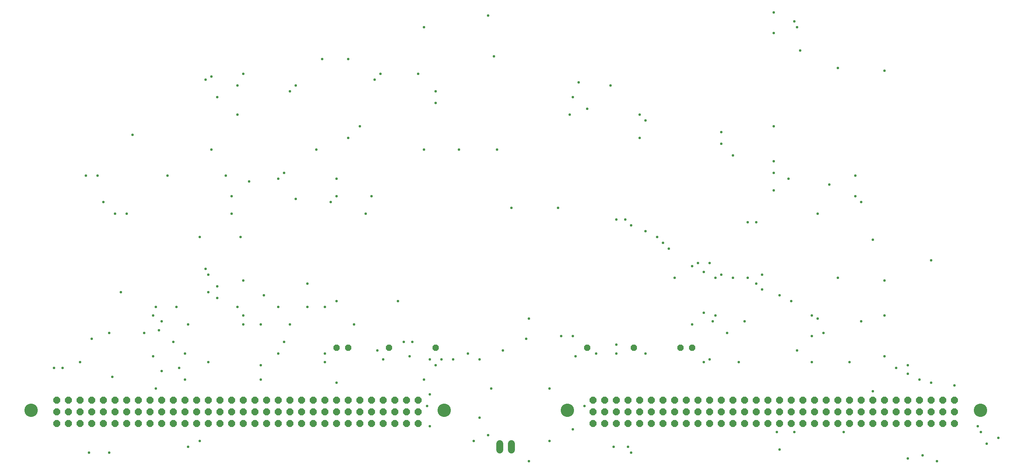
<source format=gbr>
G04 EAGLE Gerber RS-274X export*
G75*
%MOMM*%
%FSLAX34Y34*%
%LPD*%
%INSoldermask Bottom*%
%IPPOS*%
%AMOC8*
5,1,8,0,0,1.08239X$1,22.5*%
G01*
%ADD10P,1.622070X8X292.500000*%
%ADD11C,2.921000*%
%ADD12P,1.457113X8X22.500000*%
%ADD13P,1.457113X8X202.500000*%
%ADD14C,1.498600*%
%ADD15C,0.584200*%


D10*
X965200Y139700D03*
X939800Y139700D03*
X914400Y139700D03*
X889000Y139700D03*
X863600Y139700D03*
X838200Y139700D03*
X812800Y139700D03*
X787400Y139700D03*
X762000Y139700D03*
X736600Y139700D03*
X711200Y139700D03*
X685800Y139700D03*
X660400Y139700D03*
X635000Y139700D03*
X609600Y139700D03*
X584200Y139700D03*
X965200Y88900D03*
X939800Y88900D03*
X914400Y88900D03*
X889000Y88900D03*
X863600Y88900D03*
X838200Y88900D03*
X812800Y88900D03*
X787400Y88900D03*
X762000Y88900D03*
X736600Y88900D03*
X711200Y88900D03*
X685800Y88900D03*
X660400Y88900D03*
X635000Y88900D03*
X609600Y88900D03*
X584200Y88900D03*
X965200Y114300D03*
X939800Y114300D03*
X914400Y114300D03*
X889000Y114300D03*
X863600Y114300D03*
X838200Y114300D03*
X812800Y114300D03*
X787400Y114300D03*
X762000Y114300D03*
X736600Y114300D03*
X711200Y114300D03*
X685800Y114300D03*
X660400Y114300D03*
X635000Y114300D03*
X609600Y114300D03*
X584200Y114300D03*
X558800Y139700D03*
X533400Y139700D03*
X508000Y139700D03*
X482600Y139700D03*
X457200Y139700D03*
X431800Y139700D03*
X406400Y139700D03*
X381000Y139700D03*
X355600Y139700D03*
X330200Y139700D03*
X304800Y139700D03*
X279400Y139700D03*
X254000Y139700D03*
X228600Y139700D03*
X203200Y139700D03*
X177800Y139700D03*
X558800Y88900D03*
X533400Y88900D03*
X508000Y88900D03*
X482600Y88900D03*
X457200Y88900D03*
X431800Y88900D03*
X406400Y88900D03*
X381000Y88900D03*
X355600Y88900D03*
X330200Y88900D03*
X304800Y88900D03*
X279400Y88900D03*
X254000Y88900D03*
X228600Y88900D03*
X203200Y88900D03*
X177800Y88900D03*
X558800Y114300D03*
X533400Y114300D03*
X508000Y114300D03*
X482600Y114300D03*
X457200Y114300D03*
X431800Y114300D03*
X406400Y114300D03*
X381000Y114300D03*
X355600Y114300D03*
X330200Y114300D03*
X304800Y114300D03*
X279400Y114300D03*
X254000Y114300D03*
X228600Y114300D03*
X203200Y114300D03*
X177800Y114300D03*
D11*
X1021499Y117348D03*
X121501Y117348D03*
D10*
X2133600Y139700D03*
X2108200Y139700D03*
X2082800Y139700D03*
X2057400Y139700D03*
X2032000Y139700D03*
X2006600Y139700D03*
X1981200Y139700D03*
X1955800Y139700D03*
X1930400Y139700D03*
X1905000Y139700D03*
X1879600Y139700D03*
X1854200Y139700D03*
X1828800Y139700D03*
X1803400Y139700D03*
X1778000Y139700D03*
X1752600Y139700D03*
X2133600Y88900D03*
X2108200Y88900D03*
X2082800Y88900D03*
X2057400Y88900D03*
X2032000Y88900D03*
X2006600Y88900D03*
X1981200Y88900D03*
X1955800Y88900D03*
X1930400Y88900D03*
X1905000Y88900D03*
X1879600Y88900D03*
X1854200Y88900D03*
X1828800Y88900D03*
X1803400Y88900D03*
X1778000Y88900D03*
X1752600Y88900D03*
X2133600Y114300D03*
X2108200Y114300D03*
X2082800Y114300D03*
X2057400Y114300D03*
X2032000Y114300D03*
X2006600Y114300D03*
X1981200Y114300D03*
X1955800Y114300D03*
X1930400Y114300D03*
X1905000Y114300D03*
X1879600Y114300D03*
X1854200Y114300D03*
X1828800Y114300D03*
X1803400Y114300D03*
X1778000Y114300D03*
X1752600Y114300D03*
X1727200Y139700D03*
X1701800Y139700D03*
X1676400Y139700D03*
X1651000Y139700D03*
X1625600Y139700D03*
X1600200Y139700D03*
X1574800Y139700D03*
X1549400Y139700D03*
X1524000Y139700D03*
X1498600Y139700D03*
X1473200Y139700D03*
X1447800Y139700D03*
X1422400Y139700D03*
X1397000Y139700D03*
X1371600Y139700D03*
X1346200Y139700D03*
X1727200Y88900D03*
X1701800Y88900D03*
X1676400Y88900D03*
X1651000Y88900D03*
X1625600Y88900D03*
X1600200Y88900D03*
X1574800Y88900D03*
X1549400Y88900D03*
X1524000Y88900D03*
X1498600Y88900D03*
X1473200Y88900D03*
X1447800Y88900D03*
X1422400Y88900D03*
X1397000Y88900D03*
X1371600Y88900D03*
X1346200Y88900D03*
X1727200Y114300D03*
X1701800Y114300D03*
X1676400Y114300D03*
X1651000Y114300D03*
X1625600Y114300D03*
X1600200Y114300D03*
X1574800Y114300D03*
X1549400Y114300D03*
X1524000Y114300D03*
X1498600Y114300D03*
X1473200Y114300D03*
X1447800Y114300D03*
X1422400Y114300D03*
X1397000Y114300D03*
X1371600Y114300D03*
X1346200Y114300D03*
D11*
X2189899Y117348D03*
X1289901Y117348D03*
D12*
X787400Y254000D03*
X812800Y254000D03*
D13*
X1003300Y254000D03*
X901700Y254000D03*
D12*
X1536700Y254000D03*
X1562100Y254000D03*
D13*
X1435100Y254000D03*
X1333500Y254000D03*
D14*
X1168400Y44958D02*
X1168400Y31242D01*
X1143000Y31242D02*
X1143000Y44958D01*
D15*
X990600Y152400D03*
X2082800Y177800D03*
X889000Y228600D03*
X952500Y266700D03*
X1200150Y273050D03*
X1250950Y165100D03*
X2057400Y184150D03*
X977900Y184150D03*
X2032000Y196850D03*
X2006600Y209550D03*
X825500Y304800D03*
X1460500Y241300D03*
X1981200Y234950D03*
X762000Y222250D03*
X1416050Y533400D03*
X1930400Y311150D03*
X1701800Y527050D03*
X698500Y825500D03*
X1447800Y762000D03*
X1682750Y527050D03*
X1879600Y406400D03*
X1206500Y317500D03*
X1612900Y323850D03*
X1638300Y285750D03*
X1822450Y279400D03*
X685800Y304800D03*
X1587500Y330200D03*
X1600200Y228600D03*
X1822450Y222250D03*
X628650Y368300D03*
X762000Y342900D03*
X1835150Y317500D03*
X622300Y215900D03*
X762000Y241300D03*
X920750Y355600D03*
X1778000Y355600D03*
X584200Y304800D03*
X1752600Y368300D03*
X571500Y342900D03*
X1714500Y381000D03*
X457200Y241300D03*
X660400Y241300D03*
X723900Y393700D03*
X1701800Y393700D03*
X527050Y361950D03*
X1524000Y406400D03*
X527050Y387350D03*
X1587500Y419100D03*
X501650Y425450D03*
X1562100Y431800D03*
X463550Y304800D03*
X1574800Y438150D03*
X438150Y342900D03*
X1682750Y406400D03*
X1511300Y469900D03*
X1498600Y482600D03*
X330200Y546100D03*
X558800Y546100D03*
X577850Y495300D03*
X1485900Y495300D03*
X317500Y374650D03*
X1460500Y508000D03*
X292100Y285750D03*
X1428750Y520700D03*
X279400Y571500D03*
X304800Y546100D03*
X1397000Y533400D03*
X171450Y209550D03*
X558800Y584200D03*
X571500Y762000D03*
X1295400Y762000D03*
X1308100Y234950D03*
X984250Y127000D03*
X1054100Y685800D03*
X977900Y685800D03*
X977900Y952500D03*
X1790700Y952500D03*
X1981200Y857250D03*
X933450Y266700D03*
X2032000Y215900D03*
X838200Y736600D03*
X1739900Y736600D03*
X1835150Y546100D03*
X1981200Y400050D03*
X850900Y546100D03*
X1981200Y323850D03*
X1136650Y685800D03*
X1917700Y628650D03*
X774700Y571500D03*
X1930400Y571500D03*
X863600Y584200D03*
X1917700Y584200D03*
X723900Y342900D03*
X787400Y355600D03*
X787400Y584200D03*
X1739900Y596900D03*
X673100Y266700D03*
X698500Y577850D03*
X1860550Y609600D03*
X787400Y622300D03*
X1771650Y622300D03*
X673100Y635000D03*
X1739900Y635000D03*
X622300Y304800D03*
X660400Y342900D03*
X660400Y622300D03*
X2082800Y444500D03*
X2203450Y44450D03*
X1397000Y260350D03*
X546100Y628650D03*
X1739900Y660400D03*
X1822450Y323850D03*
X400050Y292100D03*
X419100Y628650D03*
X1651000Y673100D03*
X1651000Y406400D03*
X457200Y184150D03*
X488950Y495300D03*
X514350Y685800D03*
X1625600Y723900D03*
X1676400Y311150D03*
X742950Y685800D03*
X1625600Y698500D03*
X1663700Y222250D03*
X508000Y222250D03*
X812800Y711200D03*
X1447800Y711200D03*
X1600200Y438150D03*
X1625600Y412750D03*
X444500Y209550D03*
X1016000Y228600D03*
X1301750Y279400D03*
X387350Y323850D03*
X1606550Y311150D03*
X368300Y285750D03*
X342900Y717550D03*
X1460500Y749300D03*
X1612900Y406400D03*
X1168400Y558800D03*
X266700Y628650D03*
X1333500Y774700D03*
X1397000Y241300D03*
X241300Y628650D03*
X1003300Y787400D03*
X1073150Y241300D03*
X228600Y222250D03*
X571500Y825500D03*
X1301750Y800100D03*
X1327150Y127000D03*
X1784350Y69850D03*
X596900Y615950D03*
X685800Y812800D03*
X1003300Y812800D03*
X1098550Y101600D03*
X990600Y82550D03*
X1314450Y831850D03*
X2133600Y171450D03*
X787400Y177800D03*
X869950Y838200D03*
X1041400Y228600D03*
X965200Y850900D03*
X1879600Y863600D03*
X990600Y228600D03*
X1384300Y825500D03*
X876300Y247650D03*
X882650Y850900D03*
X2184400Y82550D03*
X2095500Y6350D03*
X2063750Y19050D03*
X406400Y311150D03*
X501650Y838200D03*
X1739900Y984250D03*
X1905000Y222250D03*
X508000Y374650D03*
X508000Y412750D03*
X527050Y800100D03*
X1797050Y901700D03*
X622300Y184150D03*
X1130300Y889000D03*
X2190750Y69850D03*
X1892300Y69850D03*
X1149350Y247650D03*
X1790700Y247650D03*
X1098550Y228600D03*
X1270000Y558800D03*
X1955800Y488950D03*
X1955800Y158750D03*
X1117600Y977900D03*
X1714500Y412750D03*
X584200Y323850D03*
X584200Y850900D03*
X1739900Y939800D03*
X1847850Y285750D03*
X584200Y400050D03*
X254000Y273050D03*
X393700Y342900D03*
X1562100Y304800D03*
X1123950Y165100D03*
X1276350Y279400D03*
X406400Y203200D03*
X431800Y266700D03*
X514350Y844550D03*
X1784350Y965200D03*
X2228850Y57150D03*
X1752600Y31750D03*
X1746250Y69850D03*
X488950Y50800D03*
X1085850Y50800D03*
X393700Y165100D03*
X387350Y234950D03*
X1003300Y215900D03*
X1587500Y222250D03*
X298450Y190500D03*
X1428750Y25400D03*
X463550Y38100D03*
X1117600Y63500D03*
X1422400Y38100D03*
X292100Y25400D03*
X1301750Y76200D03*
X247650Y25400D03*
X1206500Y6350D03*
X1250950Y50800D03*
X1390650Y38100D03*
X946150Y234950D03*
X190500Y209550D03*
X755650Y882650D03*
X812800Y882650D03*
X1352550Y241300D03*
X2032000Y12700D03*
M02*

</source>
